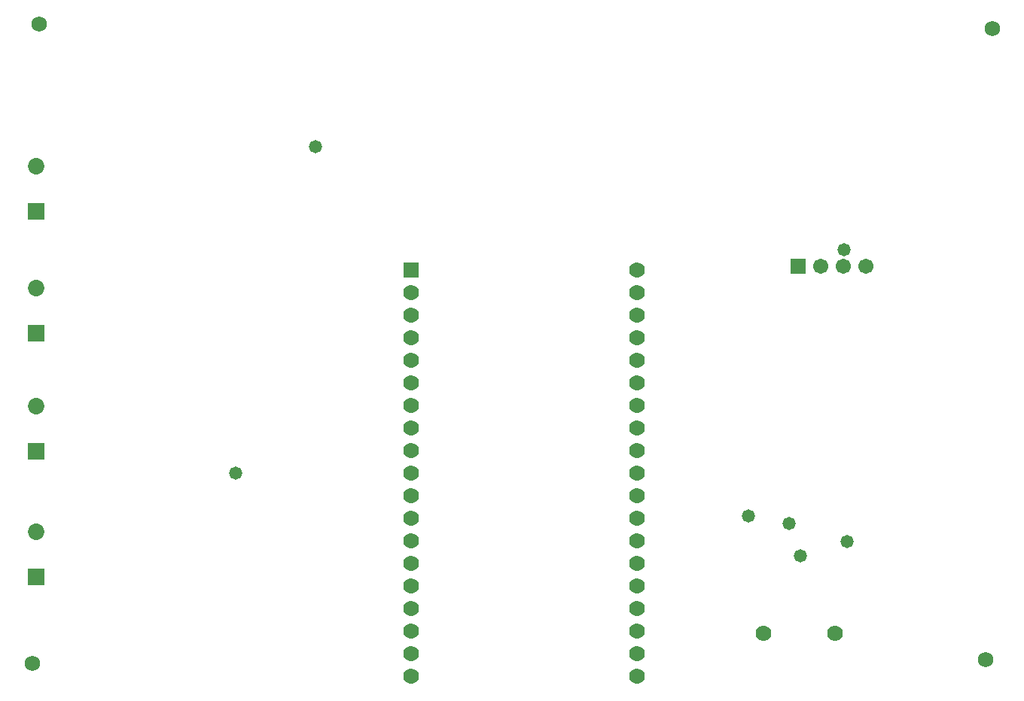
<source format=gbs>
G04*
G04 #@! TF.GenerationSoftware,Altium Limited,CircuitStudio,1.5.2 (30)*
G04*
G04 Layer_Color=8150272*
%FSLAX25Y25*%
%MOIN*%
G70*
G01*
G75*
%ADD48C,0.07001*%
%ADD49C,0.06800*%
%ADD50C,0.07296*%
%ADD51R,0.07296X0.07296*%
%ADD52R,0.06942X0.06942*%
%ADD53C,0.06942*%
%ADD54R,0.06706X0.06706*%
%ADD55C,0.06706*%
%ADD56C,0.05800*%
D48*
X479724Y192126D02*
D03*
X448228D02*
D03*
D49*
X124409Y178740D02*
D03*
X127500Y462000D02*
D03*
X549500Y460000D02*
D03*
X546457Y180315D02*
D03*
D50*
X126106Y292685D02*
D03*
Y237185D02*
D03*
Y345185D02*
D03*
Y399185D02*
D03*
D51*
Y272685D02*
D03*
Y217185D02*
D03*
Y325185D02*
D03*
Y379185D02*
D03*
D52*
X292126Y352992D02*
D03*
D53*
Y342992D02*
D03*
Y172992D02*
D03*
Y332992D02*
D03*
Y322992D02*
D03*
Y312992D02*
D03*
Y302992D02*
D03*
Y292992D02*
D03*
Y282992D02*
D03*
Y272992D02*
D03*
Y262992D02*
D03*
Y252992D02*
D03*
Y242992D02*
D03*
Y232992D02*
D03*
Y222992D02*
D03*
Y212992D02*
D03*
Y202992D02*
D03*
Y192992D02*
D03*
Y182992D02*
D03*
X392126Y352992D02*
D03*
Y342992D02*
D03*
Y332992D02*
D03*
Y322992D02*
D03*
Y312992D02*
D03*
Y302992D02*
D03*
Y292992D02*
D03*
Y282992D02*
D03*
Y272992D02*
D03*
Y262992D02*
D03*
Y252992D02*
D03*
Y242992D02*
D03*
Y232992D02*
D03*
Y222992D02*
D03*
Y212992D02*
D03*
Y202992D02*
D03*
Y192992D02*
D03*
Y182992D02*
D03*
Y172992D02*
D03*
D54*
X463386Y354724D02*
D03*
D55*
X473386D02*
D03*
X483386D02*
D03*
X493386D02*
D03*
D56*
X441700Y244000D02*
D03*
X485200Y232700D02*
D03*
X483900Y362000D02*
D03*
X214500Y263000D02*
D03*
X250008Y407661D02*
D03*
X464500Y226600D02*
D03*
X459400Y240800D02*
D03*
M02*

</source>
